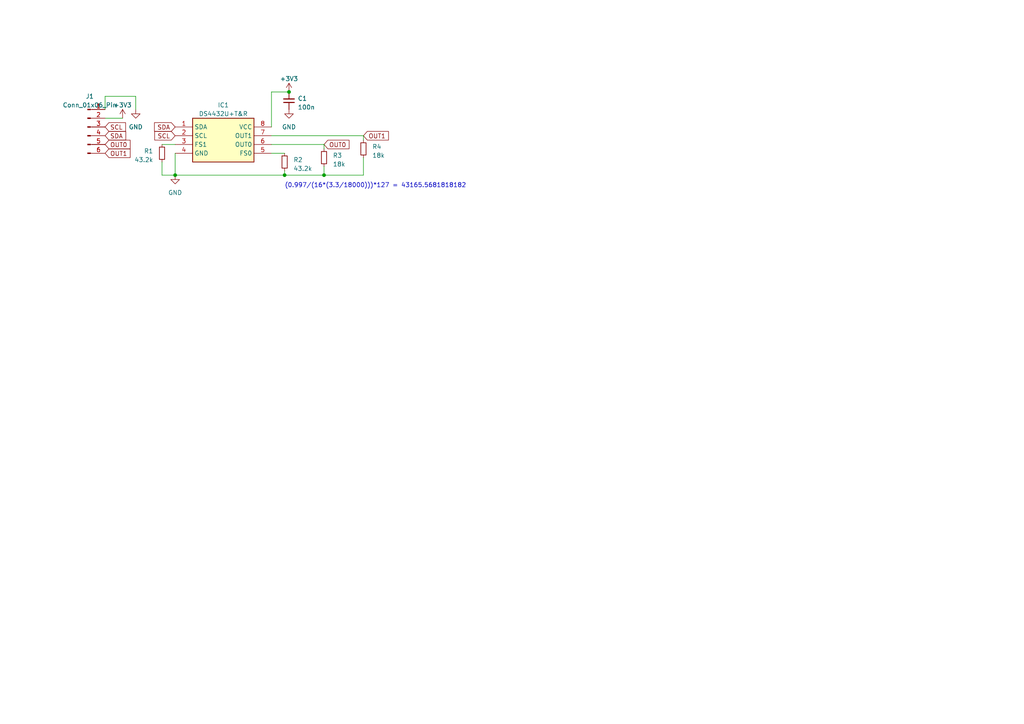
<source format=kicad_sch>
(kicad_sch (version 20230121) (generator eeschema)
  (paper "A4")
  (lib_symbols
    (symbol "Connector:Conn_01x06_Pin" (pin_names (offset 1.016) hide)
      (property "Reference" "J" (at 0 7.62 0))
      (property "Value" "Conn_01x06_Pin" (at 0 -10.16 0))
      (symbol "Conn_01x06_Pin_1_1"
        (polyline (pts (xy 1.27 -7.62) (xy 0.8636 -7.62)) (stroke (width 0.1524)))
        (polyline (pts (xy 1.27 -5.08) (xy 0.8636 -5.08)) (stroke (width 0.1524)))
        (polyline (pts (xy 1.27 -2.54) (xy 0.8636 -2.54)) (stroke (width 0.1524)))
        (polyline (pts (xy 1.27 0) (xy 0.8636 0)) (stroke (width 0.1524)))
        (polyline (pts (xy 1.27 2.54) (xy 0.8636 2.54)) (stroke (width 0.1524)))
        (polyline (pts (xy 1.27 5.08) (xy 0.8636 5.08)) (stroke (width 0.1524)))
        (rectangle (start 0.8636 -7.493) (end 0 -7.747) (stroke (width 0.1524)) (fill (type outline)))
        (rectangle (start 0.8636 -4.953) (end 0 -5.207) (stroke (width 0.1524)) (fill (type outline)))
        (rectangle (start 0.8636 -2.413) (end 0 -2.667) (stroke (width 0.1524)) (fill (type outline)))
        (rectangle (start 0.8636 0.127) (end 0 -0.127) (stroke (width 0.1524)) (fill (type outline)))
        (rectangle (start 0.8636 2.667) (end 0 2.413) (stroke (width 0.1524)) (fill (type outline)))
        (rectangle (start 0.8636 5.207) (end 0 4.953) (stroke (width 0.1524)) (fill (type outline)))
        (pin passive line (at 5.08 5.08 180) (length 3.81) (name "Pin_1") (number "1"))
        (pin passive line (at 5.08 2.54 180) (length 3.81) (name "Pin_2") (number "2"))
        (pin passive line (at 5.08 0 180) (length 3.81) (name "Pin_3") (number "3"))
        (pin passive line (at 5.08 -2.54 180) (length 3.81) (name "Pin_4") (number "4"))
        (pin passive line (at 5.08 -5.08 180) (length 3.81) (name "Pin_5") (number "5"))
        (pin passive line (at 5.08 -7.62 180) (length 3.81) (name "Pin_6") (number "6"))
      )
    )
    (symbol "DS4432U+T&R:DS4432U+T&R"
      (property "Reference" "IC" (at 24.13 7.62 0))
      (property "Value" "DS4432U+T&R" (at 24.13 5.08 0))
      (symbol "DS4432U+T&R_1_1"
        (rectangle (start 5.08 2.54) (end 22.86 -10.16) (stroke (width 0.254)) (fill (type background)))
        (pin passive line (at 0 0 0) (length 5.08) (name "SDA") (number "1"))
        (pin passive line (at 0 -2.54 0) (length 5.08) (name "SCL") (number "2"))
        (pin passive line (at 0 -5.08 0) (length 5.08) (name "FS1") (number "3"))
        (pin passive line (at 0 -7.62 0) (length 5.08) (name "GND") (number "4"))
        (pin passive line (at 27.94 -7.62 180) (length 5.08) (name "FS0") (number "5"))
        (pin passive line (at 27.94 -5.08 180) (length 5.08) (name "OUT0") (number "6"))
        (pin passive line (at 27.94 -2.54 180) (length 5.08) (name "OUT1") (number "7"))
        (pin passive line (at 27.94 0 180) (length 5.08) (name "VCC") (number "8"))
      )
    )
    (symbol "Device:C_Small" (pin_numbers hide) (pin_names (offset 0.254) hide)
      (property "Reference" "C" (at 0.254 1.778 0))
      (property "Value" "C_Small" (at 0.254 -2.032 0))
      (symbol "C_Small_0_1"
        (polyline (pts (xy -1.524 -0.508) (xy 1.524 -0.508)) (stroke (width 0.3302)))
        (polyline (pts (xy -1.524 0.508) (xy 1.524 0.508)) (stroke (width 0.3048)))
      )
      (symbol "C_Small_1_1"
        (pin passive line (at 0 2.54 270) (length 2.032) (name "~") (number "1"))
        (pin passive line (at 0 -2.54 90) (length 2.032) (name "~") (number "2"))
      )
    )
    (symbol "Device:R_Small" (pin_numbers hide) (pin_names (offset 0.254) hide)
      (property "Reference" "R" (at 0.762 0.508 0))
      (property "Value" "R_Small" (at 0.762 -1.016 0))
      (symbol "R_Small_0_1"
        (rectangle (start -0.762 1.778) (end 0.762 -1.778) (stroke (width 0.2032)))
      )
      (symbol "R_Small_1_1"
        (pin passive line (at 0 2.54 270) (length 0.762) (name "~") (number "1"))
        (pin passive line (at 0 -2.54 90) (length 0.762) (name "~") (number "2"))
      )
    )
    (symbol "power:+3V3" (power) (pin_names (offset 0))
      (property "Value" "+3V3" (at 0 3.556 0))
      (symbol "+3V3_0_1"
        (polyline (pts (xy -0.762 1.27) (xy 0 2.54)))
        (polyline (pts (xy 0 0) (xy 0 2.54)))
        (polyline (pts (xy 0 2.54) (xy 0.762 1.27)))
      )
      (symbol "+3V3_1_1"
        (pin power_in line (at 0 0 90) (length 0) hide (name "+3V3") (number "1"))
      )
    )
    (symbol "power:GND" (power) (pin_names (offset 0))
      (property "Value" "GND" (at 0 -3.81 0))
      (symbol "GND_0_1"
        (polyline (pts (xy 0 0) (xy 0 -1.27) (xy 1.27 -1.27) (xy 0 -2.54) (xy -1.27 -1.27) (xy 0 -1.27)))
      )
      (symbol "GND_1_1"
        (pin power_in line (at 0 0 270) (length 0) hide (name "GND") (number "1"))
      )
    )
  )
  (junction (at 83.82 26.67))
  (junction (at 93.98 50.8))
  (junction (at 50.8 50.8))
  (junction (at 82.55 50.8))
  (wire (pts (xy 93.98 50.8) (xy 82.55 50.8)))
  (wire (pts (xy 30.48 27.94) (xy 39.37 27.94)))
  (wire (pts (xy 105.41 45.72) (xy 105.41 50.8)))
  (wire (pts (xy 46.99 50.8) (xy 46.99 46.99)))
  (wire (pts (xy 50.8 44.45) (xy 50.8 50.8)))
  (wire (pts (xy 46.99 41.91) (xy 50.8 41.91)))
  (wire (pts (xy 93.98 43.18) (xy 93.98 41.91)))
  (wire (pts (xy 105.41 50.8) (xy 93.98 50.8)))
  (wire (pts (xy 30.48 27.94) (xy 30.48 31.75)))
  (wire (pts (xy 82.55 50.8) (xy 50.8 50.8)))
  (wire (pts (xy 83.82 26.67) (xy 78.74 26.67)))
  (wire (pts (xy 78.74 26.67) (xy 78.74 36.83)))
  (wire (pts (xy 35.56 34.29) (xy 30.48 34.29)))
  (wire (pts (xy 50.8 50.8) (xy 46.99 50.8)))
  (wire (pts (xy 39.37 27.94) (xy 39.37 31.75)))
  (wire (pts (xy 82.55 50.8) (xy 82.55 49.53)))
  (wire (pts (xy 105.41 40.64) (xy 105.41 39.37)))
  (wire (pts (xy 93.98 48.26) (xy 93.98 50.8)))
  (wire (pts (xy 105.41 39.37) (xy 78.74 39.37)))
  (wire (pts (xy 78.74 44.45) (xy 82.55 44.45)))
  (wire (pts (xy 93.98 41.91) (xy 78.74 41.91)))
  (text "(0.997/(16*(3.3/18000)))*127 = 43165.5681818182" (at 82.55 54.61 0) (effects (font (size 1.27 1.27)) (justify left bottom)))
  (global_label "SDA" (shape input) (at 30.48 39.37 0) (property "Intersheetrefs" "${INTERSHEET_REFS}" (effects hide)))
  (global_label "OUT1" (shape input) (at 30.48 44.45 0) (property "Intersheetrefs" "${INTERSHEET_REFS}" (effects hide)))
  (global_label "OUT1" (shape input) (at 105.41 39.37 0) (property "Intersheetrefs" "${INTERSHEET_REFS}" (effects hide)))
  (global_label "OUT0" (shape input) (at 93.98 41.91 0) (property "Intersheetrefs" "${INTERSHEET_REFS}" (effects hide)))
  (global_label "SCL" (shape input) (at 50.8 39.37 180) (property "Intersheetrefs" "${INTERSHEET_REFS}" (effects hide)))
  (global_label "SCL" (shape input) (at 30.48 36.83 0) (property "Intersheetrefs" "${INTERSHEET_REFS}" (effects hide)))
  (global_label "SDA" (shape input) (at 50.8 36.83 180) (property "Intersheetrefs" "${INTERSHEET_REFS}" (effects hide)))
  (global_label "OUT0" (shape input) (at 30.48 41.91 0) (property "Intersheetrefs" "${INTERSHEET_REFS}" (effects hide)))
  (symbol (lib_id "DS4432U+T&R:DS4432U+T&R") (at 50.8 36.83 0) (unit 1)
    (property "Reference" "IC1" (at 64.77 30.48 0))
    (property "Value" "DS4432U+T&R" (at 64.77 33.02 0))
    (property "Footprint" "DS4432U+T&R:SOP65P490X110-8N" (effects hide))
    (property "Datasheet" "https://pdfserv.maximintegrated.com/en/ds/DS4432.pdf" (effects hide))
    (property "Height" "1.1" (effects hide))
    (property "Mouser Part Number" "700-DS4432UT&R" (effects hide))
    (property "Mouser Price/Stock" "https://www.mouser.co.uk/ProductDetail/Maxim-Integrated/DS4432U%2bTR?qs=wTZ%2FFzl837aX6EFuE2M5uA%3D%3D" (effects hide))
    (property "Manufacturer_Name" "Analog Devices" (effects hide))
    (property "Manufacturer_Part_Number" "DS4432U+T&R" (effects hide))
  )
  (symbol (lib_id "power:+3V3") (at 35.56 34.29 0) (unit 1)
    (property "Reference" "#PWR04" (effects hide))
    (property "Value" "+3V3" (at 35.56 30.48 0))
  )
  (symbol (lib_id "power:GND") (at 39.37 31.75 0) (unit 1)
    (property "Reference" "#PWR02" (effects hide))
    (property "Value" "GND" (at 39.37 36.83 0))
  )
  (symbol (lib_id "Device:R_Small") (at 105.41 43.18 0) (unit 1)
    (property "Reference" "R4" (at 107.95 42.545 0) (effects (justify left)))
    (property "Value" "18k" (at 107.95 45.085 0) (effects (justify left)))
    (property "Footprint" "Resistor_SMD:R_0603_1608Metric" (effects hide))
  )
  (symbol (lib_id "Connector:Conn_01x06_Pin") (at 25.4 36.83 0) (unit 1)
    (property "Reference" "J1" (at 26.035 27.94 0))
    (property "Value" "Conn_01x06_Pin" (at 26.035 30.48 0))
    (property "Footprint" "Connector_PinHeader_2.54mm:PinHeader_1x06_P2.54mm_Vertical" (effects hide))
  )
  (symbol (lib_id "Device:R_Small") (at 93.98 45.72 0) (unit 1)
    (property "Reference" "R3" (at 96.52 45.085 0) (effects (justify left)))
    (property "Value" "18k" (at 96.52 47.625 0) (effects (justify left)))
    (property "Footprint" "Resistor_SMD:R_0603_1608Metric" (effects hide))
  )
  (symbol (lib_id "power:GND") (at 83.82 31.75 0) (unit 1)
    (property "Reference" "#PWR05" (effects hide))
    (property "Value" "GND" (at 83.82 36.83 0))
  )
  (symbol (lib_id "Device:R_Small") (at 82.55 46.99 0) (mirror y) (unit 1)
    (property "Reference" "R2" (at 85.09 46.355 0) (effects (justify right)))
    (property "Value" "43.2k" (at 85.09 48.895 0) (effects (justify right)))
    (property "Footprint" "Resistor_SMD:R_0603_1608Metric" (effects hide))
  )
  (symbol (lib_id "Device:C_Small") (at 83.82 29.21 180) (unit 1)
    (property "Reference" "C1" (at 86.36 28.5686 0) (effects (justify right)))
    (property "Value" "100n" (at 86.36 31.1086 0) (effects (justify right)))
    (property "Footprint" "Capacitor_SMD:C_0603_1608Metric" (effects hide))
  )
  (symbol (lib_id "Device:R_Small") (at 46.99 44.45 0) (unit 1)
    (property "Reference" "R1" (at 44.45 43.815 0) (effects (justify right)))
    (property "Value" "43.2k" (at 44.45 46.355 0) (effects (justify right)))
    (property "Footprint" "Resistor_SMD:R_0603_1608Metric" (effects hide))
  )
  (symbol (lib_id "power:+3V3") (at 83.82 26.67 0) (unit 1)
    (property "Reference" "#PWR03" (effects hide))
    (property "Value" "+3V3" (at 83.82 22.86 0))
  )
  (symbol (lib_id "power:GND") (at 50.8 50.8 0) (unit 1)
    (property "Reference" "#PWR01" (effects hide))
    (property "Value" "GND" (at 50.8 55.88 0))
  )
)
</source>
